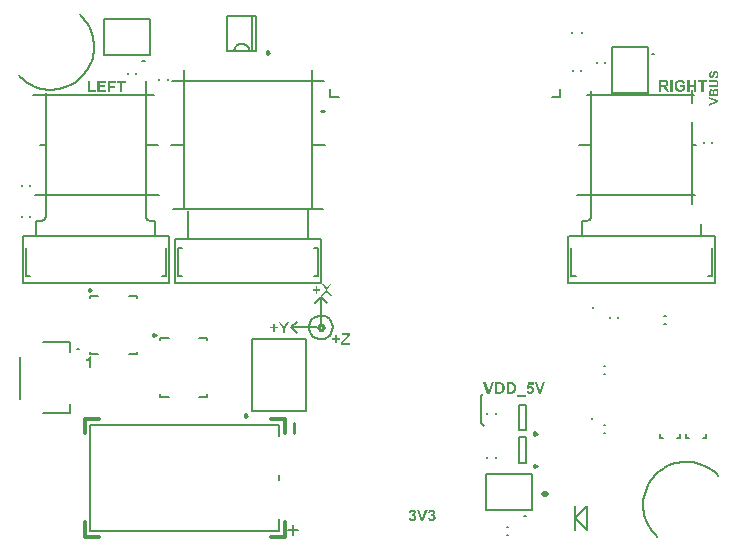
<source format=gto>
G04*
G04 #@! TF.GenerationSoftware,Altium Limited,Altium Designer,21.6.1 (37)*
G04*
G04 Layer_Color=65535*
%FSLAX44Y44*%
%MOMM*%
G71*
G04*
G04 #@! TF.SameCoordinates,7F95C58A-CF7D-4278-AF47-FD52C239B5E1*
G04*
G04*
G04 #@! TF.FilePolarity,Positive*
G04*
G01*
G75*
%ADD10C,0.2000*%
%ADD11C,0.2500*%
%ADD12C,0.2540*%
%ADD13C,0.5000*%
%ADD14C,0.1270*%
%ADD15C,0.3500*%
%ADD16C,0.2540*%
G36*
X272974Y172036D02*
X275586D01*
Y170936D01*
X272974D01*
Y168300D01*
X271862D01*
Y170936D01*
X269250D01*
Y172036D01*
X271862D01*
Y174648D01*
X272974D01*
Y172036D01*
D02*
G37*
G36*
X284046Y175223D02*
X278648Y168562D01*
X278073Y167887D01*
X284209D01*
Y166750D01*
X276611D01*
Y167925D01*
X281534Y174073D01*
X281547Y174086D01*
X281559Y174098D01*
X281584Y174136D01*
X281622Y174186D01*
X281722Y174311D01*
X281847Y174461D01*
X281997Y174648D01*
X282172Y174835D01*
X282347Y175035D01*
X282522Y175223D01*
X277173D01*
Y176360D01*
X284046D01*
Y175223D01*
D02*
G37*
G36*
X593984Y398248D02*
X594044D01*
X594114Y398238D01*
X594283Y398208D01*
X594473Y398168D01*
X594683Y398098D01*
X594902Y398008D01*
X595122Y397888D01*
X595132D01*
X595142Y397868D01*
X595172Y397849D01*
X595212Y397819D01*
X595312Y397739D01*
X595441Y397619D01*
X595581Y397469D01*
X595721Y397299D01*
X595851Y397090D01*
X595970Y396850D01*
Y396840D01*
X595980Y396820D01*
X596000Y396781D01*
X596010Y396731D01*
X596030Y396661D01*
X596060Y396591D01*
X596080Y396491D01*
X596110Y396391D01*
X596140Y396271D01*
X596160Y396152D01*
X596180Y396012D01*
X596210Y395862D01*
X596240Y395543D01*
X596250Y395183D01*
Y395044D01*
X596240Y394944D01*
X596230Y394824D01*
X596210Y394684D01*
X596190Y394524D01*
X596170Y394355D01*
X596090Y393995D01*
X596030Y393816D01*
X595970Y393626D01*
X595891Y393446D01*
X595801Y393267D01*
X595701Y393097D01*
X595581Y392947D01*
X595571Y392937D01*
X595551Y392917D01*
X595511Y392877D01*
X595451Y392827D01*
X595382Y392758D01*
X595302Y392698D01*
X595202Y392618D01*
X595082Y392538D01*
X594952Y392458D01*
X594813Y392378D01*
X594653Y392299D01*
X594473Y392229D01*
X594283Y392159D01*
X594074Y392099D01*
X593854Y392059D01*
X593625Y392019D01*
X593475Y393526D01*
X593485D01*
X593505Y393536D01*
X593545Y393546D01*
X593595Y393556D01*
X593665Y393566D01*
X593735Y393586D01*
X593894Y393646D01*
X594084Y393716D01*
X594263Y393816D01*
X594443Y393936D01*
X594593Y394075D01*
X594603Y394095D01*
X594643Y394155D01*
X594703Y394245D01*
X594763Y394375D01*
X594832Y394534D01*
X594882Y394724D01*
X594922Y394944D01*
X594942Y395193D01*
Y395263D01*
X594932Y395313D01*
Y395383D01*
X594922Y395453D01*
X594902Y395612D01*
X594863Y395802D01*
X594813Y395982D01*
X594733Y396162D01*
X594633Y396321D01*
X594623Y396341D01*
X594573Y396381D01*
X594513Y396441D01*
X594423Y396521D01*
X594313Y396591D01*
X594184Y396651D01*
X594044Y396691D01*
X593894Y396711D01*
X593884D01*
X593844D01*
X593794Y396701D01*
X593735Y396691D01*
X593655Y396671D01*
X593575Y396641D01*
X593495Y396601D01*
X593425Y396551D01*
X593415Y396541D01*
X593395Y396521D01*
X593355Y396481D01*
X593315Y396421D01*
X593265Y396341D01*
X593205Y396251D01*
X593145Y396132D01*
X593096Y395992D01*
X593086Y395982D01*
X593076Y395932D01*
X593066Y395902D01*
X593056Y395852D01*
X593036Y395802D01*
X593016Y395732D01*
X592996Y395662D01*
X592966Y395573D01*
X592936Y395473D01*
X592906Y395353D01*
X592876Y395223D01*
X592836Y395084D01*
X592796Y394924D01*
X592756Y394754D01*
Y394744D01*
X592746Y394704D01*
X592726Y394634D01*
X592696Y394554D01*
X592666Y394455D01*
X592636Y394335D01*
X592597Y394205D01*
X592547Y394065D01*
X592437Y393776D01*
X592307Y393486D01*
X592237Y393357D01*
X592157Y393227D01*
X592077Y393107D01*
X591998Y393007D01*
X591988Y392997D01*
X591968Y392977D01*
X591928Y392947D01*
X591888Y392897D01*
X591818Y392848D01*
X591748Y392788D01*
X591658Y392728D01*
X591558Y392658D01*
X591459Y392598D01*
X591339Y392528D01*
X591069Y392418D01*
X590929Y392368D01*
X590770Y392338D01*
X590610Y392318D01*
X590440Y392308D01*
X590430D01*
X590410D01*
X590381D01*
X590340Y392318D01*
X590231Y392328D01*
X590091Y392348D01*
X589921Y392388D01*
X589742Y392448D01*
X589542Y392528D01*
X589352Y392638D01*
X589342D01*
X589332Y392658D01*
X589262Y392698D01*
X589173Y392778D01*
X589063Y392877D01*
X588933Y393017D01*
X588803Y393177D01*
X588674Y393367D01*
X588564Y393586D01*
Y393596D01*
X588554Y393616D01*
X588534Y393646D01*
X588524Y393696D01*
X588504Y393756D01*
X588474Y393836D01*
X588454Y393916D01*
X588424Y394015D01*
X588404Y394115D01*
X588384Y394235D01*
X588334Y394485D01*
X588304Y394774D01*
X588294Y395093D01*
Y395233D01*
X588304Y395333D01*
X588314Y395453D01*
X588324Y395593D01*
X588344Y395742D01*
X588374Y395912D01*
X588454Y396261D01*
X588504Y396441D01*
X588564Y396621D01*
X588634Y396800D01*
X588723Y396970D01*
X588823Y397130D01*
X588933Y397270D01*
X588943Y397280D01*
X588963Y397299D01*
X588993Y397340D01*
X589043Y397389D01*
X589113Y397439D01*
X589183Y397499D01*
X589272Y397569D01*
X589382Y397639D01*
X589492Y397709D01*
X589622Y397779D01*
X589762Y397839D01*
X589911Y397898D01*
X590071Y397948D01*
X590241Y397998D01*
X590430Y398028D01*
X590620Y398038D01*
X590680Y396491D01*
X590670D01*
X590650D01*
X590620Y396481D01*
X590580Y396471D01*
X590480Y396441D01*
X590350Y396401D01*
X590211Y396341D01*
X590071Y396271D01*
X589941Y396171D01*
X589831Y396062D01*
X589822Y396042D01*
X589791Y396002D01*
X589752Y395922D01*
X589702Y395812D01*
X589652Y395682D01*
X589612Y395513D01*
X589582Y395313D01*
X589572Y395084D01*
Y394974D01*
X589582Y394914D01*
Y394854D01*
X589602Y394694D01*
X589642Y394524D01*
X589692Y394355D01*
X589762Y394175D01*
X589851Y394025D01*
X589861Y394015D01*
X589881Y393985D01*
X589921Y393946D01*
X589981Y393906D01*
X590051Y393866D01*
X590131Y393826D01*
X590221Y393796D01*
X590331Y393786D01*
X590340D01*
X590370D01*
X590430Y393796D01*
X590490Y393816D01*
X590560Y393846D01*
X590640Y393886D01*
X590720Y393936D01*
X590800Y394015D01*
X590810Y394025D01*
X590820Y394045D01*
X590840Y394075D01*
X590860Y394115D01*
X590890Y394165D01*
X590919Y394225D01*
X590949Y394305D01*
X590989Y394385D01*
X591029Y394485D01*
X591069Y394604D01*
X591119Y394734D01*
X591159Y394884D01*
X591209Y395044D01*
X591259Y395233D01*
X591309Y395433D01*
Y395443D01*
X591319Y395483D01*
X591339Y395543D01*
X591359Y395622D01*
X591379Y395712D01*
X591409Y395822D01*
X591439Y395942D01*
X591479Y396062D01*
X591568Y396331D01*
X591658Y396611D01*
X591758Y396870D01*
X591818Y396990D01*
X591868Y397100D01*
Y397110D01*
X591878Y397120D01*
X591898Y397150D01*
X591918Y397190D01*
X591988Y397290D01*
X592077Y397409D01*
X592187Y397549D01*
X592327Y397689D01*
X592477Y397819D01*
X592656Y397948D01*
X592666D01*
X592676Y397958D01*
X592706Y397978D01*
X592746Y397998D01*
X592796Y398018D01*
X592846Y398048D01*
X592996Y398108D01*
X593166Y398158D01*
X593375Y398208D01*
X593615Y398248D01*
X593874Y398258D01*
X593884D01*
X593904D01*
X593944D01*
X593984Y398248D01*
D02*
G37*
G36*
X592946Y390781D02*
X593086D01*
X593235Y390771D01*
X593555Y390761D01*
X593884Y390741D01*
X594034Y390721D01*
X594184Y390701D01*
X594313Y390681D01*
X594433Y390661D01*
X594443D01*
X594453Y390651D01*
X594483D01*
X594523Y390631D01*
X594633Y390602D01*
X594763Y390552D01*
X594922Y390492D01*
X595082Y390412D01*
X595242Y390312D01*
X595401Y390192D01*
X595421Y390182D01*
X595461Y390132D01*
X595541Y390062D01*
X595621Y389953D01*
X595721Y389833D01*
X595831Y389673D01*
X595931Y389493D01*
X596020Y389294D01*
Y389284D01*
X596030Y389264D01*
X596040Y389234D01*
X596060Y389194D01*
X596070Y389134D01*
X596090Y389064D01*
X596110Y388984D01*
X596130Y388895D01*
X596160Y388795D01*
X596180Y388685D01*
X596210Y388435D01*
X596240Y388146D01*
X596250Y387816D01*
Y387637D01*
X596240Y387547D01*
Y387437D01*
X596230Y387317D01*
X596220Y387188D01*
X596190Y386918D01*
X596140Y386638D01*
X596080Y386379D01*
X596040Y386249D01*
X596000Y386139D01*
Y386129D01*
X595990Y386119D01*
X595970Y386090D01*
X595951Y386050D01*
X595901Y385940D01*
X595821Y385810D01*
X595731Y385670D01*
X595621Y385521D01*
X595491Y385371D01*
X595342Y385241D01*
X595322Y385231D01*
X595272Y385191D01*
X595192Y385131D01*
X595082Y385061D01*
X594952Y384991D01*
X594813Y384922D01*
X594653Y384862D01*
X594493Y384812D01*
X594483D01*
X594463Y384802D01*
X594423D01*
X594363Y384792D01*
X594294Y384782D01*
X594214Y384762D01*
X594114Y384752D01*
X593994Y384742D01*
X593864Y384722D01*
X593725Y384712D01*
X593565Y384702D01*
X593385Y384682D01*
X593195Y384672D01*
X592986D01*
X592766Y384662D01*
X592537D01*
X588434D01*
Y386209D01*
X592597D01*
X592607D01*
X592636D01*
X592686D01*
X592756D01*
X592836D01*
X592926D01*
X593135Y386219D01*
X593345D01*
X593565Y386229D01*
X593655Y386239D01*
X593745D01*
X593824Y386249D01*
X593884Y386259D01*
X593894D01*
X593904Y386269D01*
X593964Y386279D01*
X594044Y386309D01*
X594154Y386359D01*
X594273Y386419D01*
X594403Y386509D01*
X594523Y386609D01*
X594643Y386738D01*
X594653Y386758D01*
X594683Y386808D01*
X594733Y386888D01*
X594783Y387008D01*
X594832Y387158D01*
X594882Y387337D01*
X594912Y387537D01*
X594922Y387766D01*
Y387876D01*
X594912Y387996D01*
X594892Y388136D01*
X594852Y388296D01*
X594813Y388465D01*
X594743Y388625D01*
X594653Y388765D01*
X594643Y388785D01*
X594603Y388815D01*
X594543Y388875D01*
X594473Y388944D01*
X594373Y389014D01*
X594263Y389084D01*
X594134Y389134D01*
X593994Y389174D01*
X593974D01*
X593914Y389184D01*
X593874Y389194D01*
X593824D01*
X593754Y389204D01*
X593685Y389214D01*
X593595D01*
X593505Y389224D01*
X593395D01*
X593275Y389234D01*
X593145D01*
X593006Y389244D01*
X592856D01*
X592686D01*
X588434D01*
Y390791D01*
X592477D01*
X592497D01*
X592537D01*
X592607D01*
X592696D01*
X592816D01*
X592946Y390781D01*
D02*
G37*
G36*
X594084Y383354D02*
X594214Y383334D01*
X594373Y383304D01*
X594543Y383255D01*
X594723Y383195D01*
X594912Y383115D01*
X594922D01*
X594932Y383105D01*
X594992Y383075D01*
X595082Y383015D01*
X595192Y382945D01*
X595322Y382845D01*
X595451Y382735D01*
X595581Y382596D01*
X595701Y382446D01*
X595711Y382426D01*
X595751Y382376D01*
X595801Y382276D01*
X595851Y382156D01*
X595921Y382007D01*
X595970Y381827D01*
X596020Y381628D01*
X596060Y381408D01*
Y381368D01*
X596070Y381328D01*
Y381208D01*
X596080Y381128D01*
Y381029D01*
X596090Y380919D01*
Y380629D01*
X596100Y380460D01*
Y380050D01*
X596110Y379811D01*
Y376936D01*
X588434D01*
Y380310D01*
X588444Y380509D01*
X588454Y380729D01*
X588464Y380959D01*
X588484Y381168D01*
X588504Y381268D01*
X588514Y381358D01*
Y381378D01*
X588534Y381438D01*
X588554Y381518D01*
X588584Y381628D01*
X588624Y381747D01*
X588684Y381887D01*
X588753Y382027D01*
X588833Y382156D01*
X588843Y382177D01*
X588873Y382216D01*
X588933Y382276D01*
X589003Y382366D01*
X589093Y382456D01*
X589203Y382556D01*
X589332Y382656D01*
X589472Y382746D01*
X589492Y382756D01*
X589542Y382785D01*
X589622Y382825D01*
X589732Y382865D01*
X589871Y382905D01*
X590021Y382945D01*
X590191Y382975D01*
X590370Y382985D01*
X590381D01*
X590390D01*
X590420D01*
X590460D01*
X590560Y382975D01*
X590700Y382945D01*
X590850Y382915D01*
X591019Y382865D01*
X591189Y382795D01*
X591359Y382696D01*
X591379Y382686D01*
X591429Y382646D01*
X591508Y382576D01*
X591608Y382486D01*
X591718Y382376D01*
X591838Y382236D01*
X591938Y382087D01*
X592038Y381907D01*
Y381917D01*
X592048Y381937D01*
X592057Y381977D01*
X592077Y382027D01*
X592097Y382077D01*
X592127Y382147D01*
X592207Y382306D01*
X592297Y382476D01*
X592417Y382656D01*
X592567Y382825D01*
X592736Y382985D01*
X592746D01*
X592756Y383005D01*
X592786Y383025D01*
X592826Y383045D01*
X592926Y383105D01*
X593066Y383175D01*
X593235Y383245D01*
X593435Y383304D01*
X593655Y383344D01*
X593894Y383364D01*
X593904D01*
X593914D01*
X593944D01*
X593984D01*
X594084Y383354D01*
D02*
G37*
G36*
X596110Y373392D02*
Y371735D01*
X588434Y369000D01*
Y370677D01*
X594114Y372614D01*
X588434Y374500D01*
Y376147D01*
X596110Y373392D01*
D02*
G37*
G36*
X446012Y125149D02*
X443938D01*
X440514Y134759D01*
X442613D01*
X445038Y127649D01*
X447400Y134759D01*
X449462D01*
X446012Y125149D01*
D02*
G37*
G36*
X402749D02*
X400674D01*
X397250Y134759D01*
X399350D01*
X401774Y127649D01*
X404136Y134759D01*
X406198D01*
X402749Y125149D01*
D02*
G37*
G36*
X439677Y132910D02*
X436215D01*
X435915Y131273D01*
X435928D01*
X435940Y131285D01*
X435978Y131298D01*
X436028Y131323D01*
X436152Y131373D01*
X436302Y131435D01*
X436502Y131485D01*
X436715Y131535D01*
X436940Y131573D01*
X437177Y131585D01*
X437302D01*
X437377Y131573D01*
X437490Y131560D01*
X437615Y131535D01*
X437752Y131510D01*
X437902Y131473D01*
X438052Y131423D01*
X438227Y131360D01*
X438390Y131298D01*
X438564Y131210D01*
X438739Y131098D01*
X438914Y130985D01*
X439089Y130848D01*
X439252Y130685D01*
X439264Y130673D01*
X439289Y130648D01*
X439327Y130598D01*
X439389Y130523D01*
X439452Y130435D01*
X439527Y130323D01*
X439602Y130198D01*
X439677Y130061D01*
X439752Y129898D01*
X439839Y129723D01*
X439902Y129536D01*
X439964Y129323D01*
X440027Y129111D01*
X440064Y128873D01*
X440089Y128623D01*
X440102Y128361D01*
Y128349D01*
Y128311D01*
Y128249D01*
X440089Y128161D01*
X440076Y128061D01*
X440064Y127936D01*
X440039Y127799D01*
X440014Y127649D01*
X439939Y127324D01*
X439814Y126974D01*
X439739Y126786D01*
X439639Y126611D01*
X439539Y126424D01*
X439414Y126249D01*
X439402Y126237D01*
X439377Y126199D01*
X439314Y126137D01*
X439239Y126049D01*
X439152Y125949D01*
X439027Y125849D01*
X438889Y125737D01*
X438739Y125612D01*
X438564Y125499D01*
X438364Y125374D01*
X438152Y125274D01*
X437927Y125174D01*
X437677Y125087D01*
X437402Y125024D01*
X437115Y124987D01*
X436815Y124974D01*
X436690D01*
X436590Y124987D01*
X436478Y124999D01*
X436353Y125012D01*
X436203Y125037D01*
X436053Y125062D01*
X435703Y125149D01*
X435528Y125212D01*
X435340Y125274D01*
X435165Y125362D01*
X434990Y125449D01*
X434815Y125562D01*
X434653Y125687D01*
X434640Y125699D01*
X434615Y125724D01*
X434578Y125762D01*
X434515Y125812D01*
X434453Y125887D01*
X434378Y125974D01*
X434303Y126074D01*
X434216Y126199D01*
X434128Y126324D01*
X434041Y126461D01*
X433953Y126624D01*
X433878Y126799D01*
X433803Y126974D01*
X433741Y127174D01*
X433691Y127374D01*
X433653Y127599D01*
X435490Y127799D01*
Y127786D01*
Y127774D01*
X435503Y127699D01*
X435540Y127586D01*
X435578Y127436D01*
X435628Y127286D01*
X435715Y127124D01*
X435815Y126961D01*
X435940Y126811D01*
X435953Y126799D01*
X436015Y126761D01*
X436090Y126699D01*
X436203Y126636D01*
X436328Y126561D01*
X436478Y126511D01*
X436640Y126461D01*
X436827Y126449D01*
X436852D01*
X436927Y126461D01*
X437027Y126474D01*
X437165Y126511D01*
X437315Y126561D01*
X437477Y126649D01*
X437640Y126761D01*
X437802Y126911D01*
X437815Y126936D01*
X437865Y126999D01*
X437927Y127111D01*
X438002Y127274D01*
X438077Y127474D01*
X438139Y127711D01*
X438190Y127999D01*
X438202Y128336D01*
Y128349D01*
Y128373D01*
Y128424D01*
Y128486D01*
X438190Y128561D01*
X438177Y128636D01*
X438152Y128836D01*
X438102Y129048D01*
X438040Y129273D01*
X437940Y129486D01*
X437802Y129673D01*
X437790Y129698D01*
X437727Y129748D01*
X437640Y129811D01*
X437527Y129898D01*
X437377Y129986D01*
X437202Y130048D01*
X437002Y130098D01*
X436777Y130123D01*
X436702D01*
X436640Y130111D01*
X436577Y130098D01*
X436490Y130086D01*
X436302Y130036D01*
X436090Y129948D01*
X435853Y129823D01*
X435728Y129748D01*
X435603Y129661D01*
X435490Y129548D01*
X435365Y129423D01*
X433878Y129636D01*
X434828Y134634D01*
X439677D01*
Y132910D01*
D02*
G37*
G36*
X420819Y134747D02*
X420944D01*
X421081Y134734D01*
X421381Y134709D01*
X421694Y134684D01*
X421981Y134634D01*
X422119Y134609D01*
X422244Y134572D01*
X422256D01*
X422281Y134559D01*
X422331Y134547D01*
X422381Y134522D01*
X422456Y134497D01*
X422543Y134459D01*
X422743Y134372D01*
X422968Y134247D01*
X423218Y134097D01*
X423456Y133910D01*
X423693Y133685D01*
X423706Y133672D01*
X423718Y133660D01*
X423756Y133622D01*
X423793Y133572D01*
X423843Y133510D01*
X423906Y133435D01*
X424031Y133247D01*
X424181Y133022D01*
X424331Y132760D01*
X424481Y132460D01*
X424605Y132122D01*
Y132110D01*
X424618Y132085D01*
X424631Y132035D01*
X424655Y131960D01*
X424680Y131873D01*
X424706Y131760D01*
X424743Y131635D01*
X424768Y131498D01*
X424793Y131348D01*
X424830Y131173D01*
X424855Y130985D01*
X424880Y130785D01*
X424905Y130573D01*
X424918Y130348D01*
X424930Y129861D01*
Y129848D01*
Y129811D01*
Y129748D01*
Y129661D01*
X424918Y129561D01*
Y129436D01*
X424905Y129311D01*
X424893Y129161D01*
X424855Y128836D01*
X424805Y128498D01*
X424730Y128149D01*
X424631Y127811D01*
Y127799D01*
X424618Y127761D01*
X424593Y127711D01*
X424568Y127636D01*
X424530Y127549D01*
X424481Y127449D01*
X424368Y127211D01*
X424218Y126936D01*
X424043Y126649D01*
X423831Y126374D01*
X423593Y126112D01*
X423568Y126087D01*
X423506Y126037D01*
X423393Y125949D01*
X423231Y125837D01*
X423043Y125712D01*
X422806Y125587D01*
X422543Y125462D01*
X422231Y125349D01*
X422219D01*
X422206Y125337D01*
X422169D01*
X422119Y125324D01*
X422056Y125299D01*
X421969Y125287D01*
X421881Y125274D01*
X421781Y125249D01*
X421656Y125237D01*
X421531Y125212D01*
X421244Y125187D01*
X420906Y125162D01*
X420519Y125149D01*
X416870D01*
Y134759D01*
X420706D01*
X420819Y134747D01*
D02*
G37*
G36*
X411121D02*
X411246D01*
X411384Y134734D01*
X411684Y134709D01*
X411996Y134684D01*
X412284Y134634D01*
X412421Y134609D01*
X412546Y134572D01*
X412559D01*
X412584Y134559D01*
X412634Y134547D01*
X412684Y134522D01*
X412758Y134497D01*
X412846Y134459D01*
X413046Y134372D01*
X413271Y134247D01*
X413521Y134097D01*
X413758Y133910D01*
X413996Y133685D01*
X414008Y133672D01*
X414021Y133660D01*
X414058Y133622D01*
X414096Y133572D01*
X414146Y133510D01*
X414208Y133435D01*
X414333Y133247D01*
X414483Y133022D01*
X414633Y132760D01*
X414783Y132460D01*
X414908Y132122D01*
Y132110D01*
X414921Y132085D01*
X414933Y132035D01*
X414958Y131960D01*
X414983Y131873D01*
X415008Y131760D01*
X415045Y131635D01*
X415070Y131498D01*
X415095Y131348D01*
X415133Y131173D01*
X415158Y130985D01*
X415183Y130785D01*
X415208Y130573D01*
X415220Y130348D01*
X415233Y129861D01*
Y129848D01*
Y129811D01*
Y129748D01*
Y129661D01*
X415220Y129561D01*
Y129436D01*
X415208Y129311D01*
X415195Y129161D01*
X415158Y128836D01*
X415108Y128498D01*
X415033Y128149D01*
X414933Y127811D01*
Y127799D01*
X414921Y127761D01*
X414896Y127711D01*
X414870Y127636D01*
X414833Y127549D01*
X414783Y127449D01*
X414670Y127211D01*
X414521Y126936D01*
X414346Y126649D01*
X414133Y126374D01*
X413896Y126112D01*
X413871Y126087D01*
X413808Y126037D01*
X413696Y125949D01*
X413533Y125837D01*
X413346Y125712D01*
X413108Y125587D01*
X412846Y125462D01*
X412534Y125349D01*
X412521D01*
X412509Y125337D01*
X412471D01*
X412421Y125324D01*
X412359Y125299D01*
X412271Y125287D01*
X412184Y125274D01*
X412084Y125249D01*
X411959Y125237D01*
X411834Y125212D01*
X411546Y125187D01*
X411209Y125162D01*
X410821Y125149D01*
X407173D01*
Y134759D01*
X411009D01*
X411121Y134747D01*
D02*
G37*
G36*
X433116Y122500D02*
X425468D01*
Y123700D01*
X433116D01*
Y122500D01*
D02*
G37*
G36*
X346459Y17425D02*
X344385D01*
X340961Y27035D01*
X343060D01*
X345485Y19924D01*
X347846Y27035D01*
X349908D01*
X346459Y17425D01*
D02*
G37*
G36*
X353732Y27073D02*
X353845Y27060D01*
X353982Y27035D01*
X354132Y27010D01*
X354295Y26972D01*
X354457Y26935D01*
X354632Y26872D01*
X354820Y26798D01*
X354995Y26723D01*
X355182Y26610D01*
X355357Y26498D01*
X355519Y26360D01*
X355682Y26210D01*
X355694Y26198D01*
X355707Y26173D01*
X355744Y26135D01*
X355794Y26085D01*
X355844Y26023D01*
X355894Y25935D01*
X356032Y25748D01*
X356157Y25510D01*
X356257Y25236D01*
X356344Y24936D01*
X356357Y24773D01*
X356369Y24611D01*
Y24598D01*
Y24561D01*
X356357Y24486D01*
X356344Y24398D01*
X356332Y24298D01*
X356294Y24173D01*
X356257Y24036D01*
X356194Y23886D01*
X356119Y23723D01*
X356032Y23561D01*
X355919Y23386D01*
X355782Y23224D01*
X355619Y23049D01*
X355444Y22886D01*
X355232Y22736D01*
X354982Y22586D01*
X354995D01*
X355020Y22574D01*
X355057Y22561D01*
X355120Y22549D01*
X355195Y22524D01*
X355270Y22499D01*
X355457Y22411D01*
X355669Y22311D01*
X355882Y22174D01*
X356094Y21999D01*
X356294Y21786D01*
Y21774D01*
X356319Y21761D01*
X356344Y21724D01*
X356369Y21674D01*
X356457Y21549D01*
X356544Y21374D01*
X356632Y21149D01*
X356719Y20899D01*
X356769Y20612D01*
X356794Y20299D01*
Y20287D01*
Y20249D01*
Y20174D01*
X356782Y20087D01*
X356769Y19974D01*
X356744Y19849D01*
X356719Y19712D01*
X356682Y19549D01*
X356632Y19387D01*
X356569Y19212D01*
X356494Y19037D01*
X356407Y18850D01*
X356294Y18662D01*
X356169Y18487D01*
X356032Y18312D01*
X355869Y18137D01*
X355857Y18125D01*
X355832Y18100D01*
X355769Y18050D01*
X355707Y18000D01*
X355607Y17937D01*
X355507Y17862D01*
X355382Y17775D01*
X355232Y17700D01*
X355070Y17612D01*
X354895Y17525D01*
X354707Y17450D01*
X354507Y17387D01*
X354282Y17337D01*
X354057Y17287D01*
X353807Y17263D01*
X353557Y17250D01*
X353433D01*
X353345Y17263D01*
X353232Y17275D01*
X353095Y17287D01*
X352958Y17313D01*
X352795Y17337D01*
X352458Y17425D01*
X352283Y17487D01*
X352095Y17562D01*
X351920Y17650D01*
X351733Y17750D01*
X351558Y17862D01*
X351395Y17987D01*
X351383Y18000D01*
X351358Y18025D01*
X351320Y18062D01*
X351258Y18125D01*
X351195Y18200D01*
X351121Y18287D01*
X351033Y18400D01*
X350958Y18512D01*
X350871Y18650D01*
X350783Y18800D01*
X350696Y18962D01*
X350621Y19137D01*
X350546Y19325D01*
X350496Y19512D01*
X350446Y19724D01*
X350408Y19949D01*
X352195Y20174D01*
Y20162D01*
Y20149D01*
X352208Y20112D01*
Y20062D01*
X352245Y19937D01*
X352283Y19787D01*
X352333Y19612D01*
X352420Y19437D01*
X352520Y19274D01*
X352645Y19124D01*
X352658Y19112D01*
X352708Y19074D01*
X352795Y19012D01*
X352895Y18950D01*
X353033Y18887D01*
X353182Y18825D01*
X353370Y18787D01*
X353557Y18775D01*
X353582D01*
X353657Y18787D01*
X353757Y18800D01*
X353882Y18825D01*
X354032Y18875D01*
X354195Y18950D01*
X354357Y19062D01*
X354507Y19200D01*
X354520Y19224D01*
X354570Y19274D01*
X354632Y19375D01*
X354707Y19512D01*
X354782Y19674D01*
X354845Y19874D01*
X354895Y20112D01*
X354907Y20374D01*
Y20387D01*
Y20412D01*
Y20437D01*
Y20487D01*
X354882Y20612D01*
X354857Y20774D01*
X354820Y20949D01*
X354745Y21137D01*
X354657Y21324D01*
X354532Y21486D01*
X354520Y21499D01*
X354470Y21549D01*
X354382Y21611D01*
X354282Y21699D01*
X354145Y21774D01*
X353995Y21836D01*
X353820Y21886D01*
X353620Y21899D01*
X353557D01*
X353483Y21886D01*
X353382D01*
X353257Y21861D01*
X353120Y21836D01*
X352958Y21799D01*
X352783Y21749D01*
X352983Y23249D01*
X353107D01*
X353245Y23261D01*
X353408Y23273D01*
X353595Y23311D01*
X353782Y23373D01*
X353957Y23448D01*
X354120Y23561D01*
X354132Y23573D01*
X354182Y23623D01*
X354245Y23698D01*
X354320Y23811D01*
X354395Y23936D01*
X354457Y24098D01*
X354507Y24286D01*
X354520Y24486D01*
Y24511D01*
Y24561D01*
X354507Y24661D01*
X354482Y24761D01*
X354445Y24885D01*
X354395Y25023D01*
X354320Y25148D01*
X354220Y25261D01*
X354207Y25273D01*
X354170Y25310D01*
X354107Y25360D01*
X354020Y25410D01*
X353907Y25460D01*
X353782Y25510D01*
X353632Y25548D01*
X353457Y25560D01*
X353382D01*
X353295Y25548D01*
X353182Y25523D01*
X353045Y25473D01*
X352920Y25423D01*
X352783Y25335D01*
X352645Y25223D01*
X352633Y25210D01*
X352595Y25161D01*
X352533Y25085D01*
X352470Y24985D01*
X352395Y24848D01*
X352333Y24686D01*
X352283Y24498D01*
X352245Y24273D01*
X350546Y24561D01*
Y24573D01*
X350558Y24598D01*
X350571Y24648D01*
X350583Y24711D01*
X350596Y24786D01*
X350621Y24861D01*
X350683Y25061D01*
X350746Y25285D01*
X350846Y25523D01*
X350946Y25748D01*
X351071Y25960D01*
X351083Y25985D01*
X351133Y26048D01*
X351221Y26148D01*
X351333Y26260D01*
X351470Y26398D01*
X351645Y26535D01*
X351845Y26660D01*
X352070Y26785D01*
X352083D01*
X352095Y26798D01*
X352133Y26810D01*
X352183Y26835D01*
X352320Y26885D01*
X352495Y26935D01*
X352708Y26985D01*
X352945Y27035D01*
X353220Y27073D01*
X353507Y27085D01*
X353645D01*
X353732Y27073D01*
D02*
G37*
G36*
X337324D02*
X337437Y27060D01*
X337574Y27035D01*
X337724Y27010D01*
X337886Y26972D01*
X338049Y26935D01*
X338224Y26872D01*
X338411Y26798D01*
X338586Y26723D01*
X338774Y26610D01*
X338949Y26498D01*
X339111Y26360D01*
X339274Y26210D01*
X339286Y26198D01*
X339299Y26173D01*
X339336Y26135D01*
X339386Y26085D01*
X339436Y26023D01*
X339486Y25935D01*
X339623Y25748D01*
X339748Y25510D01*
X339848Y25236D01*
X339936Y24936D01*
X339948Y24773D01*
X339961Y24611D01*
Y24598D01*
Y24561D01*
X339948Y24486D01*
X339936Y24398D01*
X339923Y24298D01*
X339886Y24173D01*
X339848Y24036D01*
X339786Y23886D01*
X339711Y23723D01*
X339623Y23561D01*
X339511Y23386D01*
X339374Y23224D01*
X339211Y23049D01*
X339036Y22886D01*
X338824Y22736D01*
X338574Y22586D01*
X338586D01*
X338611Y22574D01*
X338649Y22561D01*
X338711Y22549D01*
X338786Y22524D01*
X338861Y22499D01*
X339049Y22411D01*
X339261Y22311D01*
X339473Y22174D01*
X339686Y21999D01*
X339886Y21786D01*
Y21774D01*
X339911Y21761D01*
X339936Y21724D01*
X339961Y21674D01*
X340048Y21549D01*
X340136Y21374D01*
X340223Y21149D01*
X340311Y20899D01*
X340361Y20612D01*
X340386Y20299D01*
Y20287D01*
Y20249D01*
Y20174D01*
X340373Y20087D01*
X340361Y19974D01*
X340336Y19849D01*
X340311Y19712D01*
X340273Y19549D01*
X340223Y19387D01*
X340161Y19212D01*
X340086Y19037D01*
X339998Y18850D01*
X339886Y18662D01*
X339761Y18487D01*
X339623Y18312D01*
X339461Y18137D01*
X339449Y18125D01*
X339424Y18100D01*
X339361Y18050D01*
X339299Y18000D01*
X339199Y17937D01*
X339099Y17862D01*
X338974Y17775D01*
X338824Y17700D01*
X338661Y17612D01*
X338486Y17525D01*
X338299Y17450D01*
X338099Y17387D01*
X337874Y17337D01*
X337649Y17287D01*
X337399Y17263D01*
X337149Y17250D01*
X337024D01*
X336937Y17263D01*
X336824Y17275D01*
X336687Y17287D01*
X336549Y17313D01*
X336387Y17337D01*
X336049Y17425D01*
X335874Y17487D01*
X335687Y17562D01*
X335512Y17650D01*
X335325Y17750D01*
X335150Y17862D01*
X334987Y17987D01*
X334975Y18000D01*
X334950Y18025D01*
X334912Y18062D01*
X334850Y18125D01*
X334787Y18200D01*
X334712Y18287D01*
X334625Y18400D01*
X334550Y18512D01*
X334462Y18650D01*
X334375Y18800D01*
X334287Y18962D01*
X334212Y19137D01*
X334137Y19325D01*
X334087Y19512D01*
X334037Y19724D01*
X334000Y19949D01*
X335787Y20174D01*
Y20162D01*
Y20149D01*
X335799Y20112D01*
Y20062D01*
X335837Y19937D01*
X335874Y19787D01*
X335924Y19612D01*
X336012Y19437D01*
X336112Y19274D01*
X336237Y19124D01*
X336249Y19112D01*
X336299Y19074D01*
X336387Y19012D01*
X336487Y18950D01*
X336624Y18887D01*
X336774Y18825D01*
X336962Y18787D01*
X337149Y18775D01*
X337174D01*
X337249Y18787D01*
X337349Y18800D01*
X337474Y18825D01*
X337624Y18875D01*
X337786Y18950D01*
X337949Y19062D01*
X338099Y19200D01*
X338111Y19224D01*
X338161Y19274D01*
X338224Y19375D01*
X338299Y19512D01*
X338374Y19674D01*
X338436Y19874D01*
X338486Y20112D01*
X338499Y20374D01*
Y20387D01*
Y20412D01*
Y20437D01*
Y20487D01*
X338474Y20612D01*
X338449Y20774D01*
X338411Y20949D01*
X338336Y21137D01*
X338249Y21324D01*
X338124Y21486D01*
X338111Y21499D01*
X338061Y21549D01*
X337974Y21611D01*
X337874Y21699D01*
X337737Y21774D01*
X337587Y21836D01*
X337412Y21886D01*
X337212Y21899D01*
X337149D01*
X337074Y21886D01*
X336974D01*
X336849Y21861D01*
X336712Y21836D01*
X336549Y21799D01*
X336374Y21749D01*
X336574Y23249D01*
X336699D01*
X336837Y23261D01*
X336999Y23273D01*
X337187Y23311D01*
X337374Y23373D01*
X337549Y23448D01*
X337711Y23561D01*
X337724Y23573D01*
X337774Y23623D01*
X337836Y23698D01*
X337911Y23811D01*
X337986Y23936D01*
X338049Y24098D01*
X338099Y24286D01*
X338111Y24486D01*
Y24511D01*
Y24561D01*
X338099Y24661D01*
X338074Y24761D01*
X338036Y24885D01*
X337986Y25023D01*
X337911Y25148D01*
X337812Y25261D01*
X337799Y25273D01*
X337761Y25310D01*
X337699Y25360D01*
X337612Y25410D01*
X337499Y25460D01*
X337374Y25510D01*
X337224Y25548D01*
X337049Y25560D01*
X336974D01*
X336887Y25548D01*
X336774Y25523D01*
X336637Y25473D01*
X336512Y25423D01*
X336374Y25335D01*
X336237Y25223D01*
X336224Y25210D01*
X336187Y25161D01*
X336124Y25085D01*
X336062Y24985D01*
X335987Y24848D01*
X335924Y24686D01*
X335874Y24498D01*
X335837Y24273D01*
X334137Y24561D01*
Y24573D01*
X334150Y24598D01*
X334162Y24648D01*
X334175Y24711D01*
X334187Y24786D01*
X334212Y24861D01*
X334275Y25061D01*
X334337Y25285D01*
X334437Y25523D01*
X334537Y25748D01*
X334662Y25960D01*
X334675Y25985D01*
X334725Y26048D01*
X334812Y26148D01*
X334925Y26260D01*
X335062Y26398D01*
X335237Y26535D01*
X335437Y26660D01*
X335662Y26785D01*
X335675D01*
X335687Y26798D01*
X335724Y26810D01*
X335774Y26835D01*
X335912Y26885D01*
X336087Y26935D01*
X336299Y26985D01*
X336537Y27035D01*
X336812Y27073D01*
X337099Y27085D01*
X337237D01*
X337324Y27073D01*
D02*
G37*
G36*
X564133Y390773D02*
X564283Y390760D01*
X564445Y390747D01*
X564645Y390723D01*
X564858Y390685D01*
X565295Y390597D01*
X565532Y390535D01*
X565757Y390460D01*
X565995Y390373D01*
X566207Y390273D01*
X566420Y390160D01*
X566620Y390023D01*
X566632Y390010D01*
X566670Y389985D01*
X566720Y389948D01*
X566782Y389885D01*
X566870Y389810D01*
X566957Y389723D01*
X567057Y389610D01*
X567170Y389485D01*
X567270Y389348D01*
X567382Y389185D01*
X567495Y389023D01*
X567607Y388835D01*
X567694Y388635D01*
X567794Y388423D01*
X567869Y388198D01*
X567932Y387961D01*
X566007Y387598D01*
Y387611D01*
X565995Y387636D01*
X565982Y387661D01*
X565970Y387711D01*
X565907Y387836D01*
X565832Y387998D01*
X565720Y388173D01*
X565595Y388361D01*
X565433Y388548D01*
X565233Y388711D01*
X565208Y388723D01*
X565133Y388773D01*
X565020Y388835D01*
X564858Y388923D01*
X564645Y388998D01*
X564408Y389060D01*
X564133Y389110D01*
X563833Y389123D01*
X563708D01*
X563620Y389110D01*
X563521Y389098D01*
X563396Y389085D01*
X563258Y389060D01*
X563108Y389023D01*
X562783Y388923D01*
X562621Y388861D01*
X562458Y388786D01*
X562283Y388685D01*
X562121Y388573D01*
X561971Y388448D01*
X561821Y388311D01*
X561809Y388298D01*
X561783Y388273D01*
X561746Y388223D01*
X561708Y388161D01*
X561646Y388073D01*
X561584Y387973D01*
X561521Y387848D01*
X561446Y387711D01*
X561371Y387548D01*
X561309Y387373D01*
X561246Y387173D01*
X561184Y386961D01*
X561146Y386724D01*
X561109Y386474D01*
X561084Y386199D01*
X561071Y385911D01*
Y385886D01*
Y385836D01*
Y385749D01*
X561084Y385636D01*
X561096Y385486D01*
X561109Y385324D01*
X561134Y385149D01*
X561171Y384949D01*
X561259Y384537D01*
X561321Y384312D01*
X561384Y384099D01*
X561471Y383899D01*
X561571Y383699D01*
X561684Y383512D01*
X561821Y383337D01*
X561833Y383324D01*
X561858Y383299D01*
X561896Y383262D01*
X561958Y383199D01*
X562033Y383137D01*
X562133Y383074D01*
X562233Y382987D01*
X562358Y382912D01*
X562496Y382837D01*
X562646Y382762D01*
X562808Y382687D01*
X562983Y382625D01*
X563183Y382562D01*
X563383Y382525D01*
X563596Y382500D01*
X563820Y382487D01*
X563920D01*
X564045Y382500D01*
X564195Y382512D01*
X564383Y382550D01*
X564583Y382587D01*
X564808Y382650D01*
X565033Y382725D01*
X565045D01*
X565058Y382737D01*
X565133Y382762D01*
X565245Y382812D01*
X565395Y382887D01*
X565558Y382975D01*
X565745Y383062D01*
X565920Y383174D01*
X566095Y383299D01*
Y384524D01*
X563870D01*
Y386149D01*
X568057D01*
Y382312D01*
X568044Y382300D01*
X568032Y382287D01*
X567994Y382250D01*
X567944Y382212D01*
X567882Y382162D01*
X567807Y382100D01*
X567707Y382037D01*
X567607Y381962D01*
X567482Y381887D01*
X567357Y381800D01*
X567207Y381712D01*
X567045Y381625D01*
X566882Y381537D01*
X566695Y381450D01*
X566495Y381362D01*
X566282Y381275D01*
X566270D01*
X566232Y381250D01*
X566170Y381237D01*
X566082Y381200D01*
X565982Y381175D01*
X565857Y381138D01*
X565720Y381087D01*
X565558Y381050D01*
X565395Y381012D01*
X565208Y380962D01*
X564808Y380900D01*
X564383Y380850D01*
X563945Y380825D01*
X563795D01*
X563695Y380838D01*
X563558Y380850D01*
X563408Y380863D01*
X563233Y380875D01*
X563046Y380900D01*
X562846Y380938D01*
X562633Y380975D01*
X562196Y381087D01*
X561971Y381162D01*
X561746Y381250D01*
X561521Y381337D01*
X561309Y381450D01*
X561296Y381462D01*
X561259Y381475D01*
X561209Y381512D01*
X561121Y381562D01*
X561034Y381637D01*
X560921Y381712D01*
X560809Y381812D01*
X560684Y381912D01*
X560546Y382037D01*
X560409Y382175D01*
X560271Y382325D01*
X560134Y382487D01*
X559996Y382662D01*
X559871Y382850D01*
X559747Y383050D01*
X559634Y383262D01*
Y383274D01*
X559609Y383312D01*
X559584Y383387D01*
X559547Y383474D01*
X559509Y383574D01*
X559459Y383712D01*
X559409Y383862D01*
X559359Y384024D01*
X559297Y384212D01*
X559247Y384412D01*
X559197Y384624D01*
X559159Y384849D01*
X559097Y385324D01*
X559084Y385574D01*
X559072Y385836D01*
Y385849D01*
Y385899D01*
Y385986D01*
X559084Y386086D01*
X559097Y386224D01*
X559109Y386374D01*
X559122Y386549D01*
X559147Y386736D01*
X559184Y386936D01*
X559222Y387148D01*
X559334Y387598D01*
X559409Y387823D01*
X559496Y388048D01*
X559584Y388273D01*
X559697Y388498D01*
X559709Y388511D01*
X559721Y388548D01*
X559759Y388611D01*
X559809Y388698D01*
X559884Y388786D01*
X559959Y388898D01*
X560046Y389023D01*
X560159Y389160D01*
X560284Y389310D01*
X560421Y389448D01*
X560571Y389598D01*
X560734Y389748D01*
X560909Y389898D01*
X561109Y390035D01*
X561309Y390173D01*
X561534Y390298D01*
X561546D01*
X561571Y390323D01*
X561633Y390348D01*
X561696Y390373D01*
X561796Y390410D01*
X561896Y390448D01*
X562021Y390498D01*
X562171Y390548D01*
X562333Y390585D01*
X562496Y390635D01*
X562696Y390672D01*
X562896Y390710D01*
X563108Y390735D01*
X563346Y390760D01*
X563833Y390785D01*
X564008D01*
X564133Y390773D01*
D02*
G37*
G36*
X577542Y381000D02*
X575605D01*
Y385199D01*
X571793D01*
Y381000D01*
X569856D01*
Y390610D01*
X571793D01*
Y386824D01*
X575605D01*
Y390610D01*
X577542D01*
Y381000D01*
D02*
G37*
G36*
X586490Y388985D02*
X583653D01*
Y381000D01*
X581716D01*
Y388985D01*
X578867D01*
Y390610D01*
X586490D01*
Y388985D01*
D02*
G37*
G36*
X557560Y381000D02*
X555622D01*
Y390610D01*
X557560D01*
Y381000D01*
D02*
G37*
G36*
X550449Y390597D02*
X550599D01*
X550761Y390585D01*
X550936Y390573D01*
X551299Y390548D01*
X551674Y390498D01*
X551848Y390473D01*
X552024Y390435D01*
X552173Y390398D01*
X552311Y390348D01*
X552323D01*
X552348Y390335D01*
X552373Y390323D01*
X552423Y390298D01*
X552561Y390235D01*
X552711Y390135D01*
X552898Y390010D01*
X553086Y389848D01*
X553261Y389648D01*
X553436Y389423D01*
Y389410D01*
X553448Y389398D01*
X553473Y389360D01*
X553498Y389310D01*
X553536Y389248D01*
X553573Y389173D01*
X553648Y388985D01*
X553723Y388760D01*
X553798Y388511D01*
X553848Y388223D01*
X553861Y387911D01*
Y387898D01*
Y387861D01*
Y387811D01*
X553848Y387736D01*
X553835Y387636D01*
X553823Y387536D01*
X553811Y387411D01*
X553786Y387286D01*
X553711Y386998D01*
X553598Y386698D01*
X553523Y386549D01*
X553436Y386399D01*
X553336Y386261D01*
X553223Y386124D01*
X553211Y386111D01*
X553198Y386099D01*
X553161Y386061D01*
X553098Y386011D01*
X553036Y385961D01*
X552961Y385899D01*
X552861Y385824D01*
X552748Y385749D01*
X552623Y385674D01*
X552473Y385599D01*
X552323Y385524D01*
X552148Y385449D01*
X551961Y385386D01*
X551761Y385324D01*
X551549Y385274D01*
X551311Y385236D01*
X551324D01*
X551336Y385224D01*
X551424Y385174D01*
X551536Y385099D01*
X551686Y384999D01*
X551848Y384874D01*
X552024Y384737D01*
X552186Y384587D01*
X552348Y384424D01*
X552373Y384399D01*
X552423Y384337D01*
X552511Y384224D01*
X552573Y384149D01*
X552648Y384062D01*
X552723Y383962D01*
X552798Y383849D01*
X552898Y383724D01*
X552998Y383587D01*
X553098Y383437D01*
X553211Y383262D01*
X553336Y383074D01*
X553461Y382874D01*
X554635Y381000D01*
X552311D01*
X550911Y383087D01*
X550899Y383100D01*
X550874Y383137D01*
X550836Y383187D01*
X550786Y383262D01*
X550724Y383362D01*
X550661Y383462D01*
X550499Y383687D01*
X550336Y383924D01*
X550161Y384162D01*
X550087Y384262D01*
X550011Y384362D01*
X549949Y384437D01*
X549887Y384499D01*
X549874Y384512D01*
X549837Y384549D01*
X549786Y384599D01*
X549711Y384662D01*
X549624Y384724D01*
X549524Y384786D01*
X549412Y384849D01*
X549299Y384899D01*
X549287D01*
X549237Y384911D01*
X549174Y384936D01*
X549062Y384962D01*
X548924Y384974D01*
X548762Y384999D01*
X548562Y385011D01*
X547937D01*
Y381000D01*
X546000D01*
Y390610D01*
X550324D01*
X550449Y390597D01*
D02*
G37*
G36*
X94492Y388235D02*
X91655D01*
Y380250D01*
X89718D01*
Y388235D01*
X86869D01*
Y389860D01*
X94492D01*
Y388235D01*
D02*
G37*
G36*
X85944D02*
X81295D01*
Y385961D01*
X85307D01*
Y384336D01*
X81295D01*
Y380250D01*
X79358D01*
Y389860D01*
X85944D01*
Y388235D01*
D02*
G37*
G36*
X77521D02*
X72347D01*
Y386111D01*
X77159D01*
Y384486D01*
X72347D01*
Y381875D01*
X77709D01*
Y380250D01*
X70410D01*
Y389860D01*
X77521D01*
Y388235D01*
D02*
G37*
G36*
X64187Y381875D02*
X69011D01*
Y380250D01*
X62250D01*
Y389785D01*
X64187D01*
Y381875D01*
D02*
G37*
G36*
X228859Y180312D02*
Y176250D01*
X227585D01*
Y180312D01*
X223886Y185860D01*
X225410D01*
X227310Y182948D01*
X227322Y182936D01*
X227335Y182911D01*
X227360Y182873D01*
X227397Y182811D01*
X227447Y182736D01*
X227497Y182648D01*
X227635Y182436D01*
X227785Y182199D01*
X227947Y181924D01*
X228110Y181624D01*
X228285Y181324D01*
Y181336D01*
X228310Y181361D01*
X228335Y181399D01*
X228360Y181461D01*
X228410Y181524D01*
X228459Y181611D01*
X228522Y181711D01*
X228584Y181824D01*
X228747Y182073D01*
X228922Y182361D01*
X229122Y182686D01*
X229347Y183023D01*
X231209Y185860D01*
X232696D01*
X228859Y180312D01*
D02*
G37*
G36*
X220474Y181536D02*
X223086D01*
Y180436D01*
X220474D01*
Y177800D01*
X219362D01*
Y180436D01*
X216750D01*
Y181536D01*
X219362D01*
Y184148D01*
X220474D01*
Y181536D01*
D02*
G37*
G36*
X265109Y213286D02*
X268696Y208250D01*
X267134D01*
X264709Y211674D01*
X264697Y211687D01*
X264672Y211724D01*
X264634Y211787D01*
X264585Y211862D01*
X264522Y211949D01*
X264459Y212049D01*
X264310Y212262D01*
X264297Y212236D01*
X264259Y212187D01*
X264210Y212099D01*
X264135Y211999D01*
X263985Y211762D01*
X263922Y211662D01*
X263860Y211574D01*
X261423Y208250D01*
X259898D01*
X263610Y213236D01*
X260336Y217860D01*
X261860D01*
X263610Y215398D01*
X263622Y215386D01*
X263635Y215361D01*
X263660Y215323D01*
X263697Y215273D01*
X263797Y215136D01*
X263910Y214961D01*
X264035Y214773D01*
X264160Y214573D01*
X264272Y214386D01*
X264372Y214223D01*
X264384Y214249D01*
X264435Y214311D01*
X264497Y214411D01*
X264585Y214548D01*
X264697Y214711D01*
X264834Y214898D01*
X264972Y215086D01*
X265134Y215298D01*
X267046Y217860D01*
X268433D01*
X265109Y213286D01*
D02*
G37*
G36*
X256474Y213536D02*
X259086D01*
Y212436D01*
X256474D01*
Y209800D01*
X255362D01*
Y212436D01*
X252750D01*
Y213536D01*
X255362D01*
Y216148D01*
X256474D01*
Y213536D01*
D02*
G37*
G36*
X65356Y147170D02*
X63519D01*
Y154106D01*
X63506Y154093D01*
X63469Y154068D01*
X63419Y154018D01*
X63344Y153956D01*
X63244Y153881D01*
X63131Y153781D01*
X62994Y153693D01*
X62844Y153581D01*
X62681Y153468D01*
X62494Y153356D01*
X62294Y153243D01*
X62094Y153131D01*
X61632Y152906D01*
X61144Y152719D01*
Y154393D01*
X61157D01*
X61182Y154406D01*
X61219Y154418D01*
X61269Y154443D01*
X61332Y154468D01*
X61419Y154506D01*
X61607Y154593D01*
X61832Y154706D01*
X62094Y154868D01*
X62382Y155056D01*
X62694Y155280D01*
X62706Y155293D01*
X62731Y155305D01*
X62769Y155343D01*
X62831Y155393D01*
X62906Y155455D01*
X62981Y155543D01*
X63156Y155718D01*
X63356Y155955D01*
X63544Y156218D01*
X63719Y156505D01*
X63794Y156668D01*
X63856Y156830D01*
X65356D01*
Y147170D01*
D02*
G37*
%LPC*%
G36*
X593814Y381767D02*
X593794D01*
X593754D01*
X593694Y381757D01*
X593615Y381747D01*
X593525Y381727D01*
X593425Y381697D01*
X593325Y381657D01*
X593235Y381598D01*
X593225Y381588D01*
X593195Y381568D01*
X593145Y381528D01*
X593096Y381478D01*
X593036Y381408D01*
X592976Y381318D01*
X592926Y381218D01*
X592876Y381108D01*
X592866Y381088D01*
X592856Y381039D01*
X592846Y380999D01*
X592836Y380949D01*
X592826Y380889D01*
X592816Y380819D01*
X592806Y380729D01*
X592796Y380629D01*
Y380519D01*
X592786Y380390D01*
X592776Y380250D01*
X592766Y380090D01*
Y378483D01*
X594813D01*
Y380200D01*
X594803Y380370D01*
Y380549D01*
X594793Y380719D01*
Y380799D01*
X594783Y380869D01*
Y380929D01*
X594773Y380979D01*
Y380999D01*
X594763Y381039D01*
X594743Y381098D01*
X594713Y381178D01*
X594673Y381268D01*
X594623Y381368D01*
X594553Y381458D01*
X594473Y381548D01*
X594463Y381558D01*
X594423Y381578D01*
X594373Y381618D01*
X594294Y381657D01*
X594204Y381697D01*
X594094Y381737D01*
X593964Y381757D01*
X593814Y381767D01*
D02*
G37*
G36*
X590590Y381478D02*
X590570D01*
X590530D01*
X590460Y381468D01*
X590381Y381458D01*
X590291Y381428D01*
X590191Y381398D01*
X590101Y381348D01*
X590011Y381278D01*
X590001Y381268D01*
X589971Y381238D01*
X589941Y381198D01*
X589891Y381128D01*
X589851Y381049D01*
X589801Y380949D01*
X589771Y380829D01*
X589742Y380689D01*
Y380679D01*
X589732Y380639D01*
Y380509D01*
X589722Y380440D01*
Y380160D01*
X589712Y380040D01*
Y378483D01*
X591488D01*
Y379970D01*
X591479Y380170D01*
Y380509D01*
X591469Y380569D01*
Y380639D01*
X591459Y380689D01*
X591439Y380759D01*
X591419Y380849D01*
X591379Y380949D01*
X591329Y381049D01*
X591269Y381158D01*
X591189Y381248D01*
X591179Y381258D01*
X591149Y381288D01*
X591099Y381318D01*
X591029Y381368D01*
X590939Y381408D01*
X590840Y381438D01*
X590720Y381468D01*
X590590Y381478D01*
D02*
G37*
G36*
X420094Y133135D02*
X418807D01*
Y126774D01*
X420532D01*
X420706Y126786D01*
X420906Y126799D01*
X421094Y126811D01*
X421281Y126836D01*
X421431Y126861D01*
X421456D01*
X421506Y126886D01*
X421594Y126911D01*
X421706Y126949D01*
X421831Y127011D01*
X421969Y127074D01*
X422094Y127149D01*
X422219Y127249D01*
X422231Y127261D01*
X422269Y127299D01*
X422331Y127374D01*
X422406Y127474D01*
X422481Y127599D01*
X422569Y127761D01*
X422656Y127961D01*
X422731Y128186D01*
Y128198D01*
X422743Y128211D01*
X422756Y128249D01*
X422769Y128311D01*
X422781Y128373D01*
X422794Y128448D01*
X422818Y128548D01*
X422831Y128648D01*
X422856Y128773D01*
X422868Y128898D01*
X422906Y129198D01*
X422918Y129548D01*
X422931Y129948D01*
Y129961D01*
Y129998D01*
Y130061D01*
Y130136D01*
Y130223D01*
X422918Y130336D01*
X422906Y130573D01*
X422881Y130848D01*
X422844Y131135D01*
X422794Y131410D01*
X422731Y131648D01*
Y131660D01*
X422719Y131673D01*
X422693Y131748D01*
X422644Y131860D01*
X422581Y131985D01*
X422506Y132135D01*
X422406Y132297D01*
X422294Y132448D01*
X422169Y132585D01*
X422156Y132597D01*
X422106Y132635D01*
X422031Y132697D01*
X421931Y132772D01*
X421794Y132847D01*
X421644Y132922D01*
X421469Y132985D01*
X421269Y133035D01*
X421244D01*
X421194Y133047D01*
X421144Y133060D01*
X421081Y133072D01*
X421006D01*
X420919Y133085D01*
X420819Y133097D01*
X420706Y133110D01*
X420582D01*
X420432Y133122D01*
X420269D01*
X420094Y133135D01*
D02*
G37*
G36*
X410397D02*
X409109D01*
Y126774D01*
X410834D01*
X411009Y126786D01*
X411209Y126799D01*
X411396Y126811D01*
X411584Y126836D01*
X411734Y126861D01*
X411759D01*
X411809Y126886D01*
X411896Y126911D01*
X412009Y126949D01*
X412134Y127011D01*
X412271Y127074D01*
X412396Y127149D01*
X412521Y127249D01*
X412534Y127261D01*
X412571Y127299D01*
X412634Y127374D01*
X412709Y127474D01*
X412784Y127599D01*
X412871Y127761D01*
X412958Y127961D01*
X413033Y128186D01*
Y128198D01*
X413046Y128211D01*
X413059Y128249D01*
X413071Y128311D01*
X413083Y128373D01*
X413096Y128448D01*
X413121Y128548D01*
X413133Y128648D01*
X413158Y128773D01*
X413171Y128898D01*
X413208Y129198D01*
X413221Y129548D01*
X413233Y129948D01*
Y129961D01*
Y129998D01*
Y130061D01*
Y130136D01*
Y130223D01*
X413221Y130336D01*
X413208Y130573D01*
X413183Y130848D01*
X413146Y131135D01*
X413096Y131410D01*
X413033Y131648D01*
Y131660D01*
X413021Y131673D01*
X412996Y131748D01*
X412946Y131860D01*
X412883Y131985D01*
X412808Y132135D01*
X412709Y132297D01*
X412596Y132448D01*
X412471Y132585D01*
X412459Y132597D01*
X412409Y132635D01*
X412334Y132697D01*
X412234Y132772D01*
X412096Y132847D01*
X411946Y132922D01*
X411771Y132985D01*
X411571Y133035D01*
X411546D01*
X411496Y133047D01*
X411446Y133060D01*
X411384Y133072D01*
X411309D01*
X411221Y133085D01*
X411121Y133097D01*
X411009Y133110D01*
X410884D01*
X410734Y133122D01*
X410572D01*
X410397Y133135D01*
D02*
G37*
G36*
X550161Y388985D02*
X547937D01*
Y386549D01*
X549711D01*
X549837Y386561D01*
X550111D01*
X550411Y386574D01*
X550699Y386599D01*
X550824Y386611D01*
X550936Y386624D01*
X551036Y386636D01*
X551111Y386661D01*
X551124D01*
X551174Y386686D01*
X551236Y386711D01*
X551311Y386749D01*
X551399Y386811D01*
X551486Y386874D01*
X551586Y386961D01*
X551661Y387061D01*
X551674Y387073D01*
X551698Y387111D01*
X551724Y387173D01*
X551761Y387261D01*
X551799Y387373D01*
X551836Y387498D01*
X551848Y387636D01*
X551861Y387786D01*
Y387811D01*
Y387873D01*
X551848Y387961D01*
X551824Y388073D01*
X551799Y388198D01*
X551749Y388323D01*
X551686Y388448D01*
X551599Y388573D01*
X551586Y388586D01*
X551549Y388623D01*
X551486Y388673D01*
X551411Y388736D01*
X551299Y388798D01*
X551174Y388861D01*
X551024Y388910D01*
X550861Y388948D01*
X550849D01*
X550811Y388960D01*
X550661D01*
X550599Y388973D01*
X550299D01*
X550161Y388985D01*
D02*
G37*
%LPD*%
D10*
X110490Y406875D02*
X108490D01*
X110490D01*
X542000Y412890D02*
X540000D01*
X542000D01*
X433640Y22000D02*
X431640D01*
X433640D01*
X5204Y393191D02*
X7067Y391453D01*
X9047Y389850D01*
X11134Y388389D01*
X13318Y387076D01*
X15588Y385920D01*
X17933Y384924D01*
X20342Y384095D01*
X22803Y383435D01*
X25304Y382949D01*
X27832Y382639D01*
X30376Y382505D01*
X32924Y382550D01*
X35462Y382772D01*
X37978Y383171D01*
X40460Y383744D01*
X42897Y384488D01*
X45275Y385401D01*
X47584Y386478D01*
X49812Y387713D01*
X51949Y389101D01*
X53984Y390634D01*
X55907Y392305D01*
X57708Y394107D01*
X59380Y396030D01*
X60913Y398064D01*
X62300Y400201D01*
X63535Y402429D01*
X64612Y404738D01*
X65525Y407117D01*
X66270Y409553D01*
X66843Y412035D01*
X67242Y414552D01*
X67464Y417090D01*
X67508Y419637D01*
X67375Y422181D01*
X67064Y424710D01*
X66578Y427211D01*
X65919Y429672D01*
X65089Y432081D01*
X64094Y434426D01*
X62937Y436696D01*
X61625Y438880D01*
X60164Y440966D01*
X58560Y442946D01*
X56823Y444809D01*
X594796Y56809D02*
X592933Y58547D01*
X590953Y60150D01*
X588866Y61611D01*
X586682Y62924D01*
X584412Y64080D01*
X582067Y65076D01*
X579658Y65905D01*
X577197Y66565D01*
X574696Y67051D01*
X572168Y67361D01*
X569623Y67495D01*
X567076Y67450D01*
X564538Y67228D01*
X562022Y66830D01*
X559539Y66256D01*
X557103Y65512D01*
X554725Y64599D01*
X552416Y63522D01*
X550187Y62287D01*
X548051Y60899D01*
X546016Y59366D01*
X544093Y57695D01*
X542292Y55893D01*
X540620Y53970D01*
X539087Y51936D01*
X537700Y49799D01*
X536465Y47571D01*
X535388Y45262D01*
X534475Y42883D01*
X533730Y40447D01*
X533157Y37965D01*
X532758Y35448D01*
X532536Y32910D01*
X532492Y30363D01*
X532625Y27819D01*
X532936Y25290D01*
X533422Y22789D01*
X534081Y20328D01*
X534911Y17919D01*
X535906Y15574D01*
X537063Y13304D01*
X538375Y11121D01*
X539836Y9034D01*
X541440Y7054D01*
X543177Y5191D01*
X55100Y163000D02*
X53100D01*
X55100D01*
X269750Y181250D02*
X269436Y183737D01*
X268513Y186068D01*
X267040Y188095D01*
X265108Y189693D01*
X262840Y190760D01*
X260378Y191230D01*
X257876Y191073D01*
X255492Y190298D01*
X253376Y188955D01*
X251660Y187128D01*
X250452Y184931D01*
X249829Y182503D01*
Y179997D01*
X250452Y177569D01*
X251660Y175372D01*
X253376Y173545D01*
X255492Y172202D01*
X257876Y171427D01*
X260378Y171270D01*
X262840Y171739D01*
X265108Y172807D01*
X267040Y174405D01*
X268513Y176432D01*
X269436Y178763D01*
X269750Y181250D01*
X198850Y415000D02*
X198367Y417430D01*
X196990Y419490D01*
X194930Y420867D01*
X192500Y421350D01*
X190070Y420867D01*
X188010Y419490D01*
X186633Y417430D01*
X186150Y415000D01*
X484314Y271195D02*
X487195Y272230D01*
X488500Y275000D01*
X111522D02*
X112827Y272230D01*
X115708Y271195D01*
X22314D02*
X25195Y272230D01*
X26500Y275000D01*
X493250Y404750D02*
Y405750D01*
X500250Y404750D02*
Y405750D01*
X417000Y5500D02*
X418000D01*
X417000Y12500D02*
X418000D01*
X511000Y189500D02*
Y190500D01*
X504000Y189500D02*
Y190500D01*
X550500Y190750D02*
X551500D01*
X550500Y183750D02*
X551500D01*
X590750Y337000D02*
Y338000D01*
X583750Y337000D02*
Y338000D01*
X395250Y100000D02*
X397500Y97750D01*
X395250Y100000D02*
Y100500D01*
Y107250D01*
Y123500D01*
X397000Y125250D01*
X55426Y446242D02*
X56823Y444845D01*
X3817Y394578D02*
X5204Y393191D01*
X56823Y444809D02*
Y444845D01*
X543177Y5155D02*
Y5191D01*
X594796Y56809D02*
X596183Y55422D01*
X543177Y5155D02*
X544574Y3758D01*
X201000Y110250D02*
X247000D01*
X201000D02*
Y171750D01*
X247000D01*
Y110250D02*
Y171750D01*
X134157Y281535D02*
X144157D01*
X143878Y389500D02*
Y399500D01*
X133878Y389500D02*
X143878D01*
X144000Y389657D02*
X252000D01*
X144000Y281657D02*
Y389657D01*
Y281657D02*
X252000D01*
X253078Y335657D02*
X263078D01*
X147002Y256782D02*
Y279907D01*
X260024Y219182D02*
Y256500D01*
X259500Y218657D02*
X260024Y219182D01*
X136125Y218657D02*
X259500D01*
X254024Y248908D02*
X257524D01*
X254024Y224907D02*
X257524D01*
Y248908D01*
X138625D02*
X142125D01*
X136125Y256500D02*
X260024D01*
X136125Y218657D02*
Y256500D01*
X138625Y224907D02*
X142125D01*
X249000Y256500D02*
Y281657D01*
X138625Y224907D02*
Y248908D01*
X252000Y281657D02*
Y389657D01*
X132922Y335657D02*
X142922D01*
X251843Y281535D02*
X261843D01*
X252122Y389500D02*
Y399500D01*
Y389500D02*
X262122D01*
X4500Y120500D02*
Y156500D01*
X24250Y108500D02*
X47000D01*
Y116500D01*
X24250Y168500D02*
X47000D01*
Y160500D02*
Y168500D01*
X234250Y181250D02*
X256750D01*
X234250D02*
X239250Y186250D01*
X259750Y184250D02*
Y206750D01*
X254750Y201750D02*
X259750Y206750D01*
X264750Y201750D01*
X234250Y181250D02*
X239250Y176250D01*
X234250Y181250D02*
X239250Y176250D01*
X573500Y285500D02*
Y355500D01*
X581455Y258657D02*
Y268455D01*
X573522Y371272D02*
Y382500D01*
X180500Y415000D02*
X204500D01*
X180500D02*
Y445000D01*
X204500D01*
Y415000D02*
Y445000D01*
X201500Y415000D02*
Y445000D01*
X480567Y271195D02*
X484314D01*
X480567Y258657D02*
Y271195D01*
X488500Y275000D02*
Y381250D01*
X573878Y335500D02*
X577500D01*
X476878Y293000D02*
X576500D01*
X469521Y258657D02*
X593147D01*
X471747Y224907D02*
Y248908D01*
Y224907D02*
X475247D01*
X469247Y218657D02*
Y258657D01*
X590647Y224907D02*
Y248908D01*
X587146Y224907D02*
X590647D01*
X469247Y218657D02*
X592622D01*
X593147Y219182D01*
Y258657D01*
X485250Y378000D02*
X575250D01*
X478122Y335500D02*
X488122D01*
X115708Y271195D02*
X119455D01*
Y258657D02*
Y271195D01*
X111522Y275000D02*
Y389657D01*
X18567Y271195D02*
X22314D01*
X18567Y258657D02*
Y271195D01*
X26500Y275000D02*
Y379500D01*
X111878Y335500D02*
X121878D01*
X17750Y293000D02*
X122478D01*
X7521Y258657D02*
X131146D01*
X9747Y224907D02*
Y248908D01*
Y224907D02*
X13247D01*
X7247Y218657D02*
Y258657D01*
X128646Y224907D02*
Y248908D01*
X125147Y224907D02*
X128646D01*
X7247Y218657D02*
X130622D01*
X131146Y219182D01*
Y258657D01*
X15522Y378000D02*
X118644D01*
X21554Y335500D02*
X26122D01*
X130500Y390500D02*
Y391500D01*
X122500Y390500D02*
Y391500D01*
X472500Y430500D02*
Y431500D01*
X480500Y430500D02*
Y431500D01*
X6750Y300750D02*
Y301750D01*
X13750Y300750D02*
Y301750D01*
X480000Y398000D02*
Y399000D01*
X473000Y398000D02*
Y399000D01*
X64250Y206250D02*
Y208250D01*
X71250D01*
X96750D02*
X103750D01*
Y206250D02*
Y208250D01*
Y158750D02*
Y160750D01*
X96750Y158750D02*
X103750D01*
X64250D02*
Y160750D01*
Y158750D02*
X71250D01*
X123750Y170250D02*
Y172250D01*
X130750D01*
X156250D02*
X163250D01*
Y170250D02*
Y172250D01*
Y122750D02*
Y124750D01*
X156250Y122750D02*
X163250D01*
X123750D02*
Y124750D01*
Y122750D02*
X130750D01*
X561050Y87700D02*
X563500D01*
X546500D02*
X548950D01*
X546500D02*
Y90750D01*
X563500Y87700D02*
Y90750D01*
X583550Y87700D02*
X586000D01*
X569000D02*
X571450D01*
X569000D02*
Y90750D01*
X586000Y87700D02*
Y90750D01*
X103250Y395750D02*
Y396750D01*
X96250Y395750D02*
Y396750D01*
X499500Y148500D02*
X500500D01*
X499500Y141500D02*
X500500D01*
X499500Y98500D02*
X500500D01*
X499500Y91500D02*
X500500D01*
X407500Y70500D02*
Y71500D01*
X400500Y70500D02*
Y71500D01*
X400500Y108000D02*
Y109000D01*
X407500Y108000D02*
Y109000D01*
X13500Y274500D02*
Y275500D01*
X6500Y274500D02*
Y275500D01*
X267500Y376018D02*
Y383518D01*
X462500Y376018D02*
Y383518D01*
X455000Y376018D02*
X462500D01*
X267500D02*
X275000D01*
X427000Y66500D02*
X433000D01*
X427000Y88500D02*
X433000D01*
Y66500D02*
Y88500D01*
X427000Y66500D02*
Y88500D01*
X474600Y10000D02*
Y20000D01*
Y30000D01*
X474600Y20000D02*
X474600Y30000D01*
Y20000D02*
X484600Y30000D01*
X474600Y20000D02*
X484600Y10000D01*
Y20000D01*
Y30000D01*
Y20000D02*
Y30000D01*
X427000Y94000D02*
X433000D01*
X427000Y116000D02*
X433000D01*
Y94000D02*
Y116000D01*
X427000Y94000D02*
Y116000D01*
X236000Y5767D02*
Y14233D01*
X231767Y10000D02*
X240233D01*
D11*
X197000Y106500D02*
X195125Y107583D01*
Y105417D01*
X197000Y106500D01*
X262250Y181250D02*
X261000Y183415D01*
X258500D01*
X257250Y181250D01*
X258500Y179085D01*
X261000D01*
X262250Y181250D01*
X215750Y414000D02*
X213875Y415083D01*
Y412918D01*
X215750Y414000D01*
X65338Y212796D02*
X63463Y213878D01*
Y211713D01*
X65338Y212796D01*
X119667Y174745D02*
X117792Y175828D01*
Y173662D01*
X119667Y174745D01*
X262000Y364575D02*
X260000D01*
X262000D01*
X442250Y63750D02*
X440375Y64833D01*
Y62667D01*
X442250Y63750D01*
Y91250D02*
X440375Y92332D01*
Y90167D01*
X442250Y91250D01*
D12*
X489754Y198000D02*
D03*
X488824Y103998D02*
D03*
D13*
X450600Y40000D02*
X448600D01*
X450600D01*
D14*
X76400Y442075D02*
X115300D01*
X76400Y411675D02*
Y442075D01*
Y411675D02*
X115300D01*
Y442075D01*
X505800Y379800D02*
Y418700D01*
Y379800D02*
X536200D01*
Y418700D01*
X505800D02*
X536200D01*
X399550Y57200D02*
X438450D01*
X399550Y26800D02*
Y57200D01*
Y26800D02*
X438450D01*
Y57200D01*
X224510Y51968D02*
Y56032D01*
X224500Y89052D02*
Y99000D01*
X64500D02*
X224500D01*
X64500Y9000D02*
Y99000D01*
Y9000D02*
X224500D01*
Y18948D01*
D15*
X229500Y4000D02*
Y16500D01*
X217000Y4000D02*
X229500D01*
Y91500D02*
Y104000D01*
X217000D02*
X229500D01*
X59500Y4000D02*
Y16500D01*
Y4000D02*
X72000D01*
X59500Y91500D02*
Y104000D01*
X72000D01*
D16*
X236649Y92000D02*
Y100468D01*
M02*

</source>
